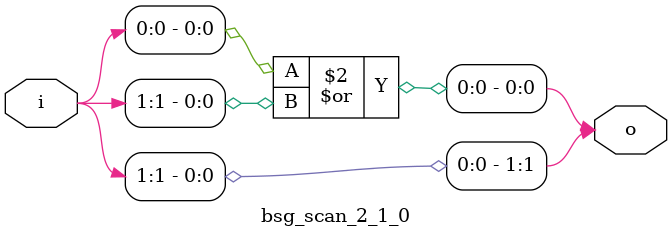
<source format=v>
module bsg_scan_2_1_0
(
  i,
  o
);

  input [1:0] i;
  output [1:0] o;
  wire [1:0] o;
  assign o[1] = i[1] | 1'b0;
  assign o[0] = i[0] | i[1];

endmodule
</source>
